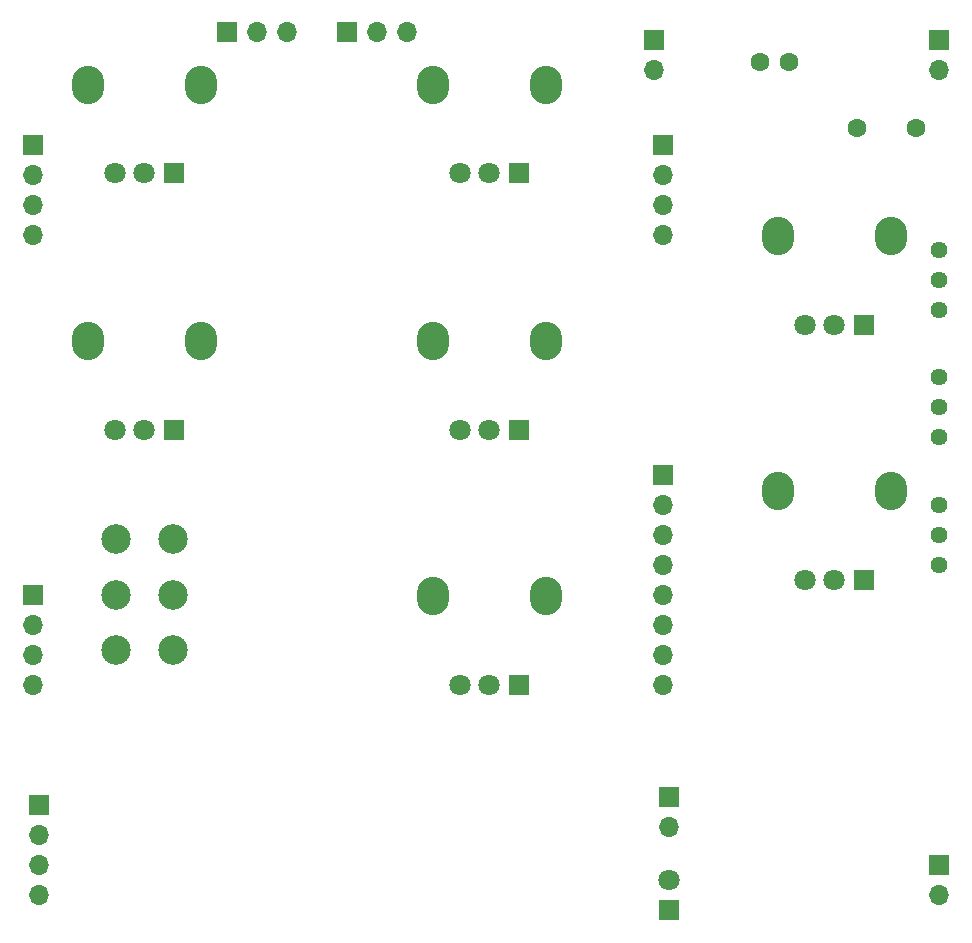
<source format=gbs>
G04 #@! TF.GenerationSoftware,KiCad,Pcbnew,5.1.10-88a1d61d58~90~ubuntu20.04.1*
G04 #@! TF.CreationDate,2021-07-20T14:54:31-04:00*
G04 #@! TF.ProjectId,whooshy_sound,77686f6f-7368-4795-9f73-6f756e642e6b,0.1*
G04 #@! TF.SameCoordinates,Original*
G04 #@! TF.FileFunction,Soldermask,Bot*
G04 #@! TF.FilePolarity,Negative*
%FSLAX46Y46*%
G04 Gerber Fmt 4.6, Leading zero omitted, Abs format (unit mm)*
G04 Created by KiCad (PCBNEW 5.1.10-88a1d61d58~90~ubuntu20.04.1) date 2021-07-20 14:54:31*
%MOMM*%
%LPD*%
G01*
G04 APERTURE LIST*
%ADD10C,1.800000*%
%ADD11R,1.800000X1.800000*%
%ADD12O,1.700000X1.700000*%
%ADD13R,1.700000X1.700000*%
%ADD14C,1.600000*%
%ADD15C,2.500000*%
%ADD16O,2.720000X3.240000*%
%ADD17C,1.440000*%
G04 APERTURE END LIST*
D10*
X184150000Y-146050000D03*
D11*
X184150000Y-148590000D03*
D12*
X184150000Y-141605000D03*
D13*
X184150000Y-139065000D03*
D14*
X194310000Y-76835000D03*
X191810000Y-76835000D03*
D12*
X130810000Y-147320000D03*
X130810000Y-144780000D03*
X130810000Y-142240000D03*
D13*
X130810000Y-139700000D03*
D15*
X142115000Y-117220000D03*
X142115000Y-121920000D03*
X142115000Y-126620000D03*
X137285000Y-117220000D03*
X137285000Y-121920000D03*
X137285000Y-126620000D03*
D16*
X173710000Y-122040000D03*
X164110000Y-122040000D03*
D10*
X166410000Y-129540000D03*
X168910000Y-129540000D03*
D11*
X171410000Y-129540000D03*
D16*
X173710000Y-100450000D03*
X164110000Y-100450000D03*
D10*
X166410000Y-107950000D03*
X168910000Y-107950000D03*
D11*
X171410000Y-107950000D03*
D16*
X173710000Y-78740000D03*
X164110000Y-78740000D03*
D10*
X166410000Y-86240000D03*
X168910000Y-86240000D03*
D11*
X171410000Y-86240000D03*
D16*
X144500000Y-100450000D03*
X134900000Y-100450000D03*
D10*
X137200000Y-107950000D03*
X139700000Y-107950000D03*
D11*
X142200000Y-107950000D03*
D17*
X207010000Y-119380000D03*
X207010000Y-116840000D03*
X207010000Y-114300000D03*
D16*
X144500000Y-78740000D03*
X134900000Y-78740000D03*
D10*
X137200000Y-86240000D03*
X139700000Y-86240000D03*
D11*
X142200000Y-86240000D03*
D16*
X202920000Y-91560000D03*
X193320000Y-91560000D03*
D10*
X195620000Y-99060000D03*
X198120000Y-99060000D03*
D11*
X200620000Y-99060000D03*
D17*
X207010000Y-97790000D03*
X207010000Y-95250000D03*
X207010000Y-92710000D03*
D16*
X202920000Y-113150000D03*
X193320000Y-113150000D03*
D10*
X195620000Y-120650000D03*
X198120000Y-120650000D03*
D11*
X200620000Y-120650000D03*
D17*
X207010000Y-108585000D03*
X207010000Y-106045000D03*
X207010000Y-103505000D03*
D12*
X183642000Y-129540000D03*
X183642000Y-127000000D03*
X183642000Y-124460000D03*
X183642000Y-121920000D03*
X183642000Y-119380000D03*
X183642000Y-116840000D03*
X183642000Y-114300000D03*
D13*
X183642000Y-111760000D03*
D12*
X130302000Y-129540000D03*
X130302000Y-127000000D03*
X130302000Y-124460000D03*
D13*
X130302000Y-121920000D03*
D12*
X183642000Y-91440000D03*
X183642000Y-88900000D03*
X183642000Y-86360000D03*
D13*
X183642000Y-83820000D03*
D12*
X130302000Y-91440000D03*
X130302000Y-88900000D03*
X130302000Y-86360000D03*
D13*
X130302000Y-83820000D03*
D12*
X207010000Y-147320000D03*
D13*
X207010000Y-144780000D03*
D12*
X151765000Y-74295000D03*
X149225000Y-74295000D03*
D13*
X146685000Y-74295000D03*
D12*
X161925000Y-74295000D03*
X159385000Y-74295000D03*
D13*
X156845000Y-74295000D03*
D12*
X182880000Y-77470000D03*
D13*
X182880000Y-74930000D03*
D12*
X207010000Y-77470000D03*
D13*
X207010000Y-74930000D03*
D14*
X205025000Y-82359500D03*
X200025000Y-82359500D03*
M02*

</source>
